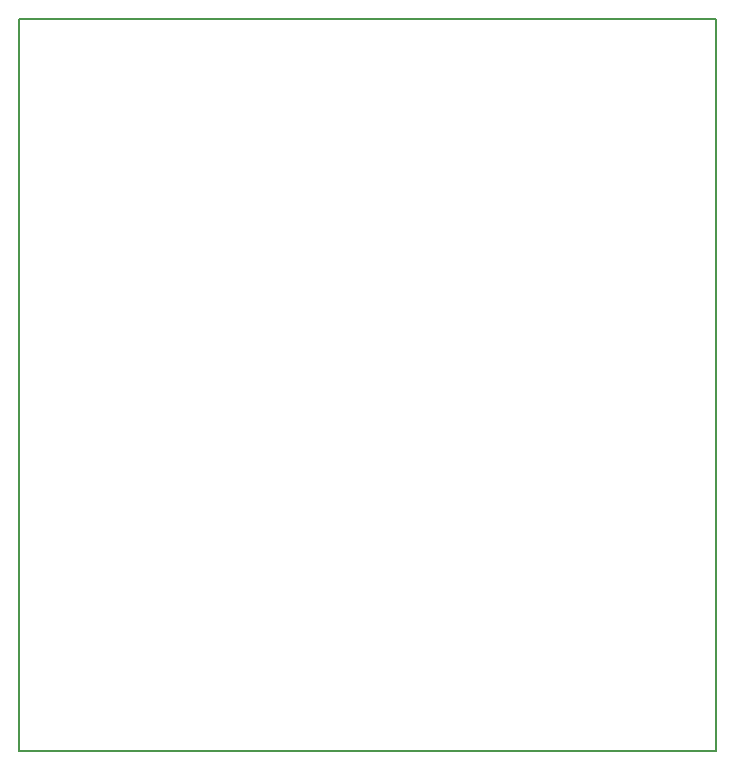
<source format=gbr>
G04 (created by PCBNEW (2013-03-19 BZR 4004)-stable) date 5/31/2013 11:48:04 AM*
%MOIN*%
G04 Gerber Fmt 3.4, Leading zero omitted, Abs format*
%FSLAX34Y34*%
G01*
G70*
G90*
G04 APERTURE LIST*
%ADD10C,0.006*%
%ADD11C,0.00787402*%
G04 APERTURE END LIST*
G54D10*
G54D11*
X43307Y-26771D02*
X43307Y-51181D01*
X66535Y-26771D02*
X43307Y-26771D01*
X66535Y-51181D02*
X43307Y-51181D01*
X66535Y-51181D02*
X66535Y-26771D01*
M02*

</source>
